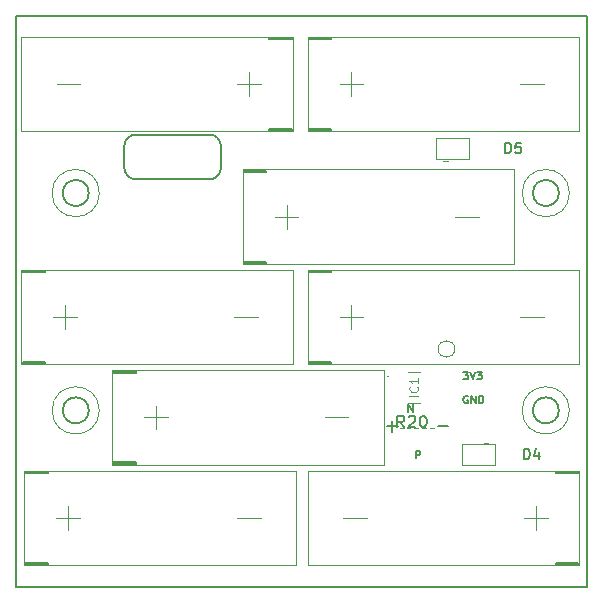
<source format=gbr>
%TF.GenerationSoftware,KiCad,Pcbnew,5.0.2-bee76a0~70~ubuntu18.04.1*%
%TF.CreationDate,2020-02-29T13:32:14-08:00*%
%TF.ProjectId,SolarCellZ_v1,536f6c61-7243-4656-9c6c-5a5f76312e6b,rev?*%
%TF.SameCoordinates,Original*%
%TF.FileFunction,Legend,Top*%
%TF.FilePolarity,Positive*%
%FSLAX46Y46*%
G04 Gerber Fmt 4.6, Leading zero omitted, Abs format (unit mm)*
G04 Created by KiCad (PCBNEW 5.0.2-bee76a0~70~ubuntu18.04.1) date Sat 29 Feb 2020 01:32:14 PM PST*
%MOMM*%
%LPD*%
G01*
G04 APERTURE LIST*
%ADD10C,0.200000*%
%ADD11C,0.127000*%
%ADD12C,0.203200*%
%ADD13C,0.120000*%
%ADD14C,0.050000*%
%ADD15C,0.100000*%
%ADD16C,0.101600*%
%ADD17C,0.150000*%
G04 APERTURE END LIST*
D10*
X136007500Y-73391000D02*
G75*
G03X136007500Y-73391000I-1100000J0D01*
G01*
X96207500Y-73391000D02*
G75*
G03X96207500Y-73391000I-1100000J0D01*
G01*
X107407500Y-52841000D02*
G75*
G02X106407500Y-53841000I-1000000J0D01*
G01*
X100207500Y-53841000D02*
G75*
G02X99207500Y-52841000I0J1000000D01*
G01*
X106407500Y-50041000D02*
G75*
G02X107407500Y-51041000I0J-1000000D01*
G01*
X99207500Y-51041000D02*
G75*
G02X100207500Y-50041000I1000000J0D01*
G01*
X96207500Y-54991000D02*
G75*
G03X96207500Y-54991000I-1100000J0D01*
G01*
X106407500Y-50041000D02*
X100207500Y-50041000D01*
X138407500Y-39991000D02*
X138407500Y-88391000D01*
X138407500Y-88391000D02*
X90007500Y-88391000D01*
X90007500Y-88391000D02*
X90007500Y-39991000D01*
X90007500Y-39991000D02*
X138407500Y-39991000D01*
X100207500Y-53841000D02*
X106407500Y-53841000D01*
X136007500Y-54991000D02*
G75*
G03X136007500Y-54991000I-1100000J0D01*
G01*
X107407500Y-52841000D02*
X107407500Y-51041000D01*
X99207500Y-51041000D02*
X99207500Y-52841000D01*
D11*
X127928309Y-70137261D02*
X128321404Y-70137261D01*
X128109738Y-70379166D01*
X128200452Y-70379166D01*
X128260928Y-70409404D01*
X128291166Y-70439642D01*
X128321404Y-70500119D01*
X128321404Y-70651309D01*
X128291166Y-70711785D01*
X128260928Y-70742023D01*
X128200452Y-70772261D01*
X128019023Y-70772261D01*
X127958547Y-70742023D01*
X127928309Y-70711785D01*
X128502833Y-70137261D02*
X128714500Y-70772261D01*
X128926166Y-70137261D01*
X129077357Y-70137261D02*
X129470452Y-70137261D01*
X129258785Y-70379166D01*
X129349500Y-70379166D01*
X129409976Y-70409404D01*
X129440214Y-70439642D01*
X129470452Y-70500119D01*
X129470452Y-70651309D01*
X129440214Y-70711785D01*
X129409976Y-70742023D01*
X129349500Y-70772261D01*
X129168071Y-70772261D01*
X129107595Y-70742023D01*
X129077357Y-70711785D01*
D12*
X121484571Y-74757642D02*
X122355428Y-74757642D01*
X121920000Y-75193071D02*
X121920000Y-74322214D01*
D11*
X128294190Y-72199500D02*
X128233714Y-72169261D01*
X128143000Y-72169261D01*
X128052285Y-72199500D01*
X127991809Y-72259976D01*
X127961571Y-72320452D01*
X127931333Y-72441404D01*
X127931333Y-72532119D01*
X127961571Y-72653071D01*
X127991809Y-72713547D01*
X128052285Y-72774023D01*
X128143000Y-72804261D01*
X128203476Y-72804261D01*
X128294190Y-72774023D01*
X128324428Y-72743785D01*
X128324428Y-72532119D01*
X128203476Y-72532119D01*
X128596571Y-72804261D02*
X128596571Y-72169261D01*
X128959428Y-72804261D01*
X128959428Y-72169261D01*
X129261809Y-72804261D02*
X129261809Y-72169261D01*
X129413000Y-72169261D01*
X129503714Y-72199500D01*
X129564190Y-72259976D01*
X129594428Y-72320452D01*
X129624666Y-72441404D01*
X129624666Y-72532119D01*
X129594428Y-72653071D01*
X129564190Y-72713547D01*
X129503714Y-72774023D01*
X129413000Y-72804261D01*
X129261809Y-72804261D01*
X123625428Y-72864738D02*
X123625428Y-73499738D01*
X123262571Y-72864738D01*
X123262571Y-73499738D01*
X123912690Y-77439761D02*
X123912690Y-76804761D01*
X124154595Y-76804761D01*
X124215071Y-76835000D01*
X124245309Y-76865238D01*
X124275547Y-76925714D01*
X124275547Y-77016428D01*
X124245309Y-77076904D01*
X124215071Y-77107142D01*
X124154595Y-77137380D01*
X123912690Y-77137380D01*
D12*
X125739071Y-74757642D02*
X126609928Y-74757642D01*
D13*
X124079000Y-74866500D02*
X123761500Y-74866500D01*
X123126500Y-74866500D02*
X123444000Y-74866500D01*
X122872500Y-74866500D02*
X122555000Y-74866500D01*
X125412500Y-74866500D02*
X125095000Y-74866500D01*
X124460000Y-74866500D02*
X124777500Y-74866500D01*
D14*
X97100000Y-73400000D02*
G75*
G03X97100000Y-73400000I-2000000J0D01*
G01*
X136900000Y-73400000D02*
G75*
G03X136900000Y-73400000I-2000000J0D01*
G01*
X136900000Y-55000000D02*
G75*
G03X136900000Y-55000000I-2000000J0D01*
G01*
D13*
X97100000Y-55000000D02*
G75*
G03X97100000Y-55000000I-2000000J0D01*
G01*
D12*
X116750000Y-41850000D02*
X114850000Y-41850000D01*
X116750000Y-41850000D02*
X116750000Y-41950000D01*
X116750000Y-41950000D02*
X114850000Y-41950000D01*
X116750000Y-49550000D02*
X116750000Y-49650000D01*
X116750000Y-49650000D02*
X114850000Y-49650000D01*
X116750000Y-49550000D02*
X114850000Y-49550000D01*
D13*
X132750000Y-45750000D02*
X134750000Y-45750000D01*
X117450000Y-45750000D02*
X119450000Y-45750000D01*
X118450000Y-44750000D02*
X118450000Y-46750000D01*
X114750000Y-49750000D02*
X114750000Y-41750000D01*
X137750000Y-49750000D02*
X114750000Y-49750000D01*
X137750000Y-41750000D02*
X137750000Y-49750000D01*
X114750000Y-41750000D02*
X137750000Y-41750000D01*
D12*
X111500000Y-49650000D02*
X113400000Y-49650000D01*
X111500000Y-49650000D02*
X111500000Y-49550000D01*
X111500000Y-49550000D02*
X113400000Y-49550000D01*
X111500000Y-41950000D02*
X111500000Y-41850000D01*
X111500000Y-41850000D02*
X113400000Y-41850000D01*
X111500000Y-41950000D02*
X113400000Y-41950000D01*
D13*
X95500000Y-45750000D02*
X93500000Y-45750000D01*
X110800000Y-45750000D02*
X108800000Y-45750000D01*
X109800000Y-46750000D02*
X109800000Y-44750000D01*
X113500000Y-41750000D02*
X113500000Y-49750000D01*
X90500000Y-41750000D02*
X113500000Y-41750000D01*
X90500000Y-49750000D02*
X90500000Y-41750000D01*
X113500000Y-49750000D02*
X90500000Y-49750000D01*
D12*
X111250000Y-53100000D02*
X109350000Y-53100000D01*
X111250000Y-53100000D02*
X111250000Y-53200000D01*
X111250000Y-53200000D02*
X109350000Y-53200000D01*
X111250000Y-60800000D02*
X111250000Y-60900000D01*
X111250000Y-60900000D02*
X109350000Y-60900000D01*
X111250000Y-60800000D02*
X109350000Y-60800000D01*
D13*
X127250000Y-57000000D02*
X129250000Y-57000000D01*
X111950000Y-57000000D02*
X113950000Y-57000000D01*
X112950000Y-56000000D02*
X112950000Y-58000000D01*
X109250000Y-61000000D02*
X109250000Y-53000000D01*
X132250000Y-61000000D02*
X109250000Y-61000000D01*
X132250000Y-53000000D02*
X132250000Y-61000000D01*
X109250000Y-53000000D02*
X132250000Y-53000000D01*
D12*
X116750000Y-61600000D02*
X114850000Y-61600000D01*
X116750000Y-61600000D02*
X116750000Y-61700000D01*
X116750000Y-61700000D02*
X114850000Y-61700000D01*
X116750000Y-69300000D02*
X116750000Y-69400000D01*
X116750000Y-69400000D02*
X114850000Y-69400000D01*
X116750000Y-69300000D02*
X114850000Y-69300000D01*
D13*
X132750000Y-65500000D02*
X134750000Y-65500000D01*
X117450000Y-65500000D02*
X119450000Y-65500000D01*
X118450000Y-64500000D02*
X118450000Y-66500000D01*
X114750000Y-69500000D02*
X114750000Y-61500000D01*
X137750000Y-69500000D02*
X114750000Y-69500000D01*
X137750000Y-61500000D02*
X137750000Y-69500000D01*
X114750000Y-61500000D02*
X137750000Y-61500000D01*
D12*
X92500000Y-61600000D02*
X90600000Y-61600000D01*
X92500000Y-61600000D02*
X92500000Y-61700000D01*
X92500000Y-61700000D02*
X90600000Y-61700000D01*
X92500000Y-69300000D02*
X92500000Y-69400000D01*
X92500000Y-69400000D02*
X90600000Y-69400000D01*
X92500000Y-69300000D02*
X90600000Y-69300000D01*
D13*
X108500000Y-65500000D02*
X110500000Y-65500000D01*
X93200000Y-65500000D02*
X95200000Y-65500000D01*
X94200000Y-64500000D02*
X94200000Y-66500000D01*
X90500000Y-69500000D02*
X90500000Y-61500000D01*
X113500000Y-69500000D02*
X90500000Y-69500000D01*
X113500000Y-61500000D02*
X113500000Y-69500000D01*
X90500000Y-61500000D02*
X113500000Y-61500000D01*
D12*
X100187000Y-70100000D02*
X98287000Y-70100000D01*
X100187000Y-70100000D02*
X100187000Y-70200000D01*
X100187000Y-70200000D02*
X98287000Y-70200000D01*
X100187000Y-77800000D02*
X100187000Y-77900000D01*
X100187000Y-77900000D02*
X98287000Y-77900000D01*
X100187000Y-77800000D02*
X98287000Y-77800000D01*
D13*
X116187000Y-74000000D02*
X118187000Y-74000000D01*
X100887000Y-74000000D02*
X102887000Y-74000000D01*
X101887000Y-73000000D02*
X101887000Y-75000000D01*
X98187000Y-78000000D02*
X98187000Y-70000000D01*
X121187000Y-78000000D02*
X98187000Y-78000000D01*
X121187000Y-70000000D02*
X121187000Y-78000000D01*
X98187000Y-70000000D02*
X121187000Y-70000000D01*
D12*
X135750000Y-86400000D02*
X137650000Y-86400000D01*
X135750000Y-86400000D02*
X135750000Y-86300000D01*
X135750000Y-86300000D02*
X137650000Y-86300000D01*
X135750000Y-78700000D02*
X135750000Y-78600000D01*
X135750000Y-78600000D02*
X137650000Y-78600000D01*
X135750000Y-78700000D02*
X137650000Y-78700000D01*
D13*
X119750000Y-82500000D02*
X117750000Y-82500000D01*
X135050000Y-82500000D02*
X133050000Y-82500000D01*
X134050000Y-83500000D02*
X134050000Y-81500000D01*
X137750000Y-78500000D02*
X137750000Y-86500000D01*
X114750000Y-78500000D02*
X137750000Y-78500000D01*
X114750000Y-86500000D02*
X114750000Y-78500000D01*
X137750000Y-86500000D02*
X114750000Y-86500000D01*
D12*
X92750000Y-78600000D02*
X90850000Y-78600000D01*
X92750000Y-78600000D02*
X92750000Y-78700000D01*
X92750000Y-78700000D02*
X90850000Y-78700000D01*
X92750000Y-86300000D02*
X92750000Y-86400000D01*
X92750000Y-86400000D02*
X90850000Y-86400000D01*
X92750000Y-86300000D02*
X90850000Y-86300000D01*
D13*
X108750000Y-82500000D02*
X110750000Y-82500000D01*
X93450000Y-82500000D02*
X95450000Y-82500000D01*
X94450000Y-81500000D02*
X94450000Y-83500000D01*
X90750000Y-86500000D02*
X90750000Y-78500000D01*
X113750000Y-86500000D02*
X90750000Y-86500000D01*
X113750000Y-78500000D02*
X113750000Y-86500000D01*
X90750000Y-78500000D02*
X113750000Y-78500000D01*
D15*
X123261500Y-70137500D02*
X124261500Y-70134500D01*
X123261500Y-72737500D02*
X124261500Y-72744500D01*
X121561500Y-70487500D02*
X121561500Y-70487500D01*
X121461500Y-70487500D02*
X121461500Y-70487500D01*
X121461500Y-70487500D02*
G75*
G02X121561500Y-70487500I50000J0D01*
G01*
X121561500Y-70487500D02*
G75*
G02X121461500Y-70487500I-50000J0D01*
G01*
D13*
X127192000Y-68199000D02*
G75*
G03X127192000Y-68199000I-700000J0D01*
G01*
X126200000Y-52250000D02*
X126600000Y-52250000D01*
X125600000Y-50350000D02*
X128400000Y-50350000D01*
X125600000Y-52150000D02*
X125600000Y-50350000D01*
X128400000Y-52150000D02*
X125600000Y-52150000D01*
X128400000Y-50350000D02*
X128400000Y-52150000D01*
X130035200Y-76152500D02*
X129635200Y-76152500D01*
X130635200Y-78052500D02*
X127835200Y-78052500D01*
X130635200Y-76252500D02*
X130635200Y-78052500D01*
X127835200Y-76252500D02*
X130635200Y-76252500D01*
X127835200Y-78052500D02*
X127835200Y-76252500D01*
D16*
X124106214Y-72183357D02*
X123344214Y-72183357D01*
X124033642Y-71385071D02*
X124069928Y-71421357D01*
X124106214Y-71530214D01*
X124106214Y-71602785D01*
X124069928Y-71711642D01*
X123997357Y-71784214D01*
X123924785Y-71820500D01*
X123779642Y-71856785D01*
X123670785Y-71856785D01*
X123525642Y-71820500D01*
X123453071Y-71784214D01*
X123380500Y-71711642D01*
X123344214Y-71602785D01*
X123344214Y-71530214D01*
X123380500Y-71421357D01*
X123416785Y-71385071D01*
X124106214Y-70659357D02*
X124106214Y-71094785D01*
X124106214Y-70877071D02*
X123344214Y-70877071D01*
X123453071Y-70949642D01*
X123525642Y-71022214D01*
X123561928Y-71094785D01*
D11*
X131474633Y-51608566D02*
X131474633Y-50719566D01*
X131686300Y-50719566D01*
X131813300Y-50761900D01*
X131897966Y-50846566D01*
X131940300Y-50931233D01*
X131982633Y-51100566D01*
X131982633Y-51227566D01*
X131940300Y-51396900D01*
X131897966Y-51481566D01*
X131813300Y-51566233D01*
X131686300Y-51608566D01*
X131474633Y-51608566D01*
X132786966Y-50719566D02*
X132363633Y-50719566D01*
X132321300Y-51142900D01*
X132363633Y-51100566D01*
X132448300Y-51058233D01*
X132659966Y-51058233D01*
X132744633Y-51100566D01*
X132786966Y-51142900D01*
X132829300Y-51227566D01*
X132829300Y-51439233D01*
X132786966Y-51523900D01*
X132744633Y-51566233D01*
X132659966Y-51608566D01*
X132448300Y-51608566D01*
X132363633Y-51566233D01*
X132321300Y-51523900D01*
X133029033Y-77554666D02*
X133029033Y-76665666D01*
X133240700Y-76665666D01*
X133367700Y-76708000D01*
X133452366Y-76792666D01*
X133494700Y-76877333D01*
X133537033Y-77046666D01*
X133537033Y-77173666D01*
X133494700Y-77343000D01*
X133452366Y-77427666D01*
X133367700Y-77512333D01*
X133240700Y-77554666D01*
X133029033Y-77554666D01*
X134299033Y-76962000D02*
X134299033Y-77554666D01*
X134087366Y-76623333D02*
X133875700Y-77258333D01*
X134426033Y-77258333D01*
D17*
X122907142Y-74847380D02*
X122573809Y-74371190D01*
X122335714Y-74847380D02*
X122335714Y-73847380D01*
X122716666Y-73847380D01*
X122811904Y-73895000D01*
X122859523Y-73942619D01*
X122907142Y-74037857D01*
X122907142Y-74180714D01*
X122859523Y-74275952D01*
X122811904Y-74323571D01*
X122716666Y-74371190D01*
X122335714Y-74371190D01*
X123288095Y-73942619D02*
X123335714Y-73895000D01*
X123430952Y-73847380D01*
X123669047Y-73847380D01*
X123764285Y-73895000D01*
X123811904Y-73942619D01*
X123859523Y-74037857D01*
X123859523Y-74133095D01*
X123811904Y-74275952D01*
X123240476Y-74847380D01*
X123859523Y-74847380D01*
X124478571Y-73847380D02*
X124573809Y-73847380D01*
X124669047Y-73895000D01*
X124716666Y-73942619D01*
X124764285Y-74037857D01*
X124811904Y-74228333D01*
X124811904Y-74466428D01*
X124764285Y-74656904D01*
X124716666Y-74752142D01*
X124669047Y-74799761D01*
X124573809Y-74847380D01*
X124478571Y-74847380D01*
X124383333Y-74799761D01*
X124335714Y-74752142D01*
X124288095Y-74656904D01*
X124240476Y-74466428D01*
X124240476Y-74228333D01*
X124288095Y-74037857D01*
X124335714Y-73942619D01*
X124383333Y-73895000D01*
X124478571Y-73847380D01*
M02*

</source>
